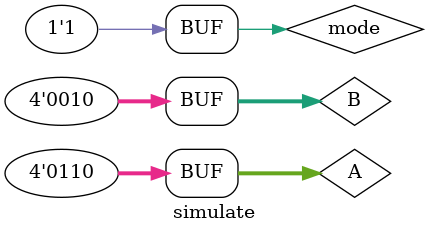
<source format=v>
module RippleAdder(S, Cout, A, B, Cin);
input [3:0]A, B;
input Cin;
output [3:0]S;
output Cout;
wire [3:1]C;
FullAdder fa0(S[0], C[1], A[0], B[0], Cin);
FullAdder fa1(S[1], C[2], A[1], B[1], C[1]);
FullAdder fa2(S[2], C[3], A[2], B[2], C[2]);
FullAdder fa3(S[3], Cout, A[3], B[3], C[3]);
endmodule

module AddSub(S, Cout, A, B, mode);
input [3:0] A, B;
input mode;
output [3:0] S;
output Cout;
wire [3:0] D;
xor(D[0], B[0], mode);
xor(D[1], B[1], mode);
xor(D[2], B[2], mode);
xor(D[3], B[3], mode);
RippleAdder R1(S, Cout, A, D, mode);
endmodule


module simulate;
reg [3:0] A, B;
reg mode;
wire [3:0] S;
wire Cout;
AddSub AS1(S, Cout, A, B, mode);
initial
begin
     	A=4'b0101; B=4'b1110; mode = 1'b0;
#50	A=4'b0110; B=4'b0010; mode = 1'b0;
#50	A=4'b0101; B=4'b1110; mode = 1'b1;
#50	A=4'b0110; B=4'b0010; mode = 1'b1;

end
endmodule
</source>
